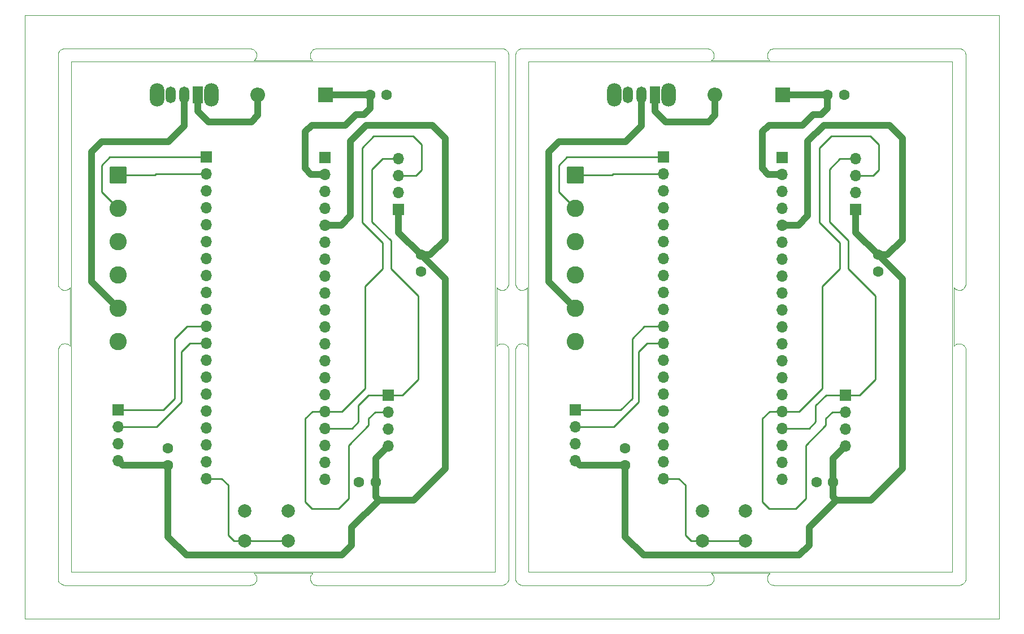
<source format=gbr>
G04 #@! TF.GenerationSoftware,KiCad,Pcbnew,9.0.0*
G04 #@! TF.CreationDate,2025-03-16T21:50:12+01:00*
G04 #@! TF.ProjectId,lightThermo_panel,6c696768-7454-4686-9572-6d6f5f70616e,1.1*
G04 #@! TF.SameCoordinates,PX3f9c2e0PY1312d00*
G04 #@! TF.FileFunction,Copper,L1,Top*
G04 #@! TF.FilePolarity,Positive*
%FSLAX46Y46*%
G04 Gerber Fmt 4.6, Leading zero omitted, Abs format (unit mm)*
G04 Created by KiCad (PCBNEW 9.0.0) date 2025-03-16 21:50:12*
%MOMM*%
%LPD*%
G01*
G04 APERTURE LIST*
G04 Aperture macros list*
%AMRoundRect*
0 Rectangle with rounded corners*
0 $1 Rounding radius*
0 $2 $3 $4 $5 $6 $7 $8 $9 X,Y pos of 4 corners*
0 Add a 4 corners polygon primitive as box body*
4,1,4,$2,$3,$4,$5,$6,$7,$8,$9,$2,$3,0*
0 Add four circle primitives for the rounded corners*
1,1,$1+$1,$2,$3*
1,1,$1+$1,$4,$5*
1,1,$1+$1,$6,$7*
1,1,$1+$1,$8,$9*
0 Add four rect primitives between the rounded corners*
20,1,$1+$1,$2,$3,$4,$5,0*
20,1,$1+$1,$4,$5,$6,$7,0*
20,1,$1+$1,$6,$7,$8,$9,0*
20,1,$1+$1,$8,$9,$2,$3,0*%
G04 Aperture macros list end*
G04 #@! TA.AperFunction,ComponentPad*
%ADD10R,1.700000X1.700000*%
G04 #@! TD*
G04 #@! TA.AperFunction,ComponentPad*
%ADD11O,1.700000X1.700000*%
G04 #@! TD*
G04 #@! TA.AperFunction,ComponentPad*
%ADD12C,1.600000*%
G04 #@! TD*
G04 #@! TA.AperFunction,ComponentPad*
%ADD13RoundRect,0.250000X-1.050000X1.050000X-1.050000X-1.050000X1.050000X-1.050000X1.050000X1.050000X0*%
G04 #@! TD*
G04 #@! TA.AperFunction,ComponentPad*
%ADD14C,2.600000*%
G04 #@! TD*
G04 #@! TA.AperFunction,ComponentPad*
%ADD15C,2.000000*%
G04 #@! TD*
G04 #@! TA.AperFunction,ComponentPad*
%ADD16O,2.200000X3.500000*%
G04 #@! TD*
G04 #@! TA.AperFunction,ComponentPad*
%ADD17R,1.500000X2.500000*%
G04 #@! TD*
G04 #@! TA.AperFunction,ComponentPad*
%ADD18O,1.500000X2.500000*%
G04 #@! TD*
G04 #@! TA.AperFunction,ComponentPad*
%ADD19R,2.200000X2.200000*%
G04 #@! TD*
G04 #@! TA.AperFunction,ComponentPad*
%ADD20O,2.200000X2.200000*%
G04 #@! TD*
G04 #@! TA.AperFunction,Conductor*
%ADD21C,1.000000*%
G04 #@! TD*
G04 #@! TA.AperFunction,Conductor*
%ADD22C,0.250000*%
G04 #@! TD*
G04 #@! TA.AperFunction,Profile*
%ADD23C,0.100000*%
G04 #@! TD*
G04 APERTURE END LIST*
D10*
G04 #@! TO.P,J3,1,SDA*
G04 #@! TO.N,Board_0-Net-(J2-I2C0_SDA)*
X14025000Y-59200000D03*
D11*
G04 #@! TO.P,J3,2,SCL*
G04 #@! TO.N,Board_0-Net-(J2-I2C0_SCL)*
X14025000Y-61740000D03*
G04 #@! TO.P,J3,3,-*
G04 #@! TO.N,Board_0-GND*
X14025000Y-64280000D03*
G04 #@! TO.P,J3,4,+*
G04 #@! TO.N,Board_0-Net-(J1-3V3(OUT))*
X14025000Y-66820000D03*
G04 #@! TD*
D12*
G04 #@! TO.P,C4,1*
G04 #@! TO.N,Board_0-Net-(J1-3V3(OUT))*
X59350000Y-35950000D03*
G04 #@! TO.P,C4,2*
G04 #@! TO.N,Board_0-GND*
X59350000Y-38450000D03*
G04 #@! TD*
D10*
G04 #@! TO.P,J3,1,SDA*
G04 #@! TO.N,Board_1-Net-(J2-I2C0_SDA)*
X82525000Y-59200000D03*
D11*
G04 #@! TO.P,J3,2,SCL*
G04 #@! TO.N,Board_1-Net-(J2-I2C0_SCL)*
X82525000Y-61740000D03*
G04 #@! TO.P,J3,3,-*
G04 #@! TO.N,Board_1-GND*
X82525000Y-64280000D03*
G04 #@! TO.P,J3,4,+*
G04 #@! TO.N,Board_1-Net-(J1-3V3(OUT))*
X82525000Y-66820000D03*
G04 #@! TD*
D13*
G04 #@! TO.P,J6,1,Pin_1*
G04 #@! TO.N,Board_1-Net-(J2-UART0_RX)*
X82500000Y-24000000D03*
D14*
G04 #@! TO.P,J6,2,Pin_2*
G04 #@! TO.N,Board_1-Net-(J2-UART0_TX)*
X82500000Y-29000000D03*
G04 #@! TO.P,J6,3,Pin_3*
G04 #@! TO.N,Board_1-GND*
X82500000Y-34000000D03*
G04 #@! TO.P,J6,4,Pin_4*
X82500000Y-39000000D03*
G04 #@! TO.P,J6,5,Pin_5*
G04 #@! TO.N,Board_1-Net-(J6-Pin_5)*
X82500000Y-44000000D03*
G04 #@! TO.P,J6,6,Pin_6*
G04 #@! TO.N,Board_1-GND*
X82500000Y-49000000D03*
G04 #@! TD*
D15*
G04 #@! TO.P,SW2,1,1*
G04 #@! TO.N,Board_1-GND*
X101500000Y-74380000D03*
X108000000Y-74380000D03*
G04 #@! TO.P,SW2,2,2*
G04 #@! TO.N,Board_1-Net-(J2-GP15)*
X101500000Y-78880000D03*
X108000000Y-78880000D03*
G04 #@! TD*
D10*
G04 #@! TO.P,J1,1,VBUS*
G04 #@! TO.N,Board_0-unconnected-(J1-VBUS-Pad1)*
X45000000Y-21320000D03*
D11*
G04 #@! TO.P,J1,2,VSYS*
G04 #@! TO.N,Board_0-Net-(D1-K)*
X45000000Y-23860000D03*
G04 #@! TO.P,J1,3,GND*
G04 #@! TO.N,Board_0-GND*
X45000000Y-26400000D03*
G04 #@! TO.P,J1,4,3V3_EN*
G04 #@! TO.N,Board_0-unconnected-(J1-3V3_EN-Pad4)*
X45000000Y-28940000D03*
G04 #@! TO.P,J1,5,3V3(OUT)*
G04 #@! TO.N,Board_0-Net-(J1-3V3(OUT))*
X45000000Y-31480000D03*
G04 #@! TO.P,J1,6,ADC_VREF*
G04 #@! TO.N,Board_0-unconnected-(J1-ADC_VREF-Pad6)*
X45000000Y-34020000D03*
G04 #@! TO.P,J1,7,GP28*
G04 #@! TO.N,Board_0-unconnected-(J1-GP28-Pad7)*
X45000000Y-36560000D03*
G04 #@! TO.P,J1,8,GND*
G04 #@! TO.N,Board_0-GND*
X45000000Y-39100000D03*
G04 #@! TO.P,J1,9,GP27*
G04 #@! TO.N,Board_0-unconnected-(J1-GP27-Pad9)*
X45000000Y-41640000D03*
G04 #@! TO.P,J1,10,GP26*
G04 #@! TO.N,Board_0-unconnected-(J1-GP26-Pad10)*
X45000000Y-44180000D03*
G04 #@! TO.P,J1,11,RUN*
G04 #@! TO.N,Board_0-unconnected-(J1-RUN-Pad11)*
X45000000Y-46720000D03*
G04 #@! TO.P,J1,12,GP22*
G04 #@! TO.N,Board_0-unconnected-(J1-GP22-Pad12)*
X45000000Y-49260000D03*
G04 #@! TO.P,J1,13,GND*
G04 #@! TO.N,Board_0-GND*
X45000000Y-51800000D03*
G04 #@! TO.P,J1,14,GP21*
G04 #@! TO.N,Board_0-unconnected-(J1-GP21-Pad14)*
X45000000Y-54340000D03*
G04 #@! TO.P,J1,15,GP20*
G04 #@! TO.N,Board_0-unconnected-(J1-GP20-Pad15)*
X45000000Y-56880000D03*
G04 #@! TO.P,J1,16,I2C1_SCL*
G04 #@! TO.N,Board_0-Net-(J1-I2C1_SCL)*
X45000000Y-59420000D03*
G04 #@! TO.P,J1,17,I2C1_SDA*
G04 #@! TO.N,Board_0-Net-(J1-I2C1_SDA)*
X45000000Y-61960000D03*
G04 #@! TO.P,J1,18,GND*
G04 #@! TO.N,Board_0-GND*
X45000000Y-64500000D03*
G04 #@! TO.P,J1,19,GP17*
G04 #@! TO.N,Board_0-unconnected-(J1-GP17-Pad19)*
X45000000Y-67040000D03*
G04 #@! TO.P,J1,20,GP16*
G04 #@! TO.N,Board_0-unconnected-(J1-GP16-Pad20)*
X45000000Y-69580000D03*
G04 #@! TD*
D10*
G04 #@! TO.P,J2,1,UART0_TX*
G04 #@! TO.N,Board_0-Net-(J2-UART0_TX)*
X27220000Y-21295000D03*
D11*
G04 #@! TO.P,J2,2,UART0_RX*
G04 #@! TO.N,Board_0-Net-(J2-UART0_RX)*
X27220000Y-23835000D03*
G04 #@! TO.P,J2,3,GND*
G04 #@! TO.N,Board_0-GND*
X27220000Y-26375000D03*
G04 #@! TO.P,J2,4,GP2*
G04 #@! TO.N,Board_0-unconnected-(J2-GP2-Pad4)*
X27220000Y-28915000D03*
G04 #@! TO.P,J2,5,GP3*
G04 #@! TO.N,Board_0-unconnected-(J2-GP3-Pad5)*
X27220000Y-31455000D03*
G04 #@! TO.P,J2,6,GP4*
G04 #@! TO.N,Board_0-unconnected-(J2-GP4-Pad6)*
X27220000Y-33995000D03*
G04 #@! TO.P,J2,7,GP5*
G04 #@! TO.N,Board_0-unconnected-(J2-GP5-Pad7)*
X27220000Y-36535000D03*
G04 #@! TO.P,J2,8,GND*
G04 #@! TO.N,Board_0-GND*
X27220000Y-39075000D03*
G04 #@! TO.P,J2,9,GP6*
G04 #@! TO.N,Board_0-unconnected-(J2-GP6-Pad9)*
X27220000Y-41615000D03*
G04 #@! TO.P,J2,10,GP7*
G04 #@! TO.N,Board_0-unconnected-(J2-GP7-Pad10)*
X27220000Y-44155000D03*
G04 #@! TO.P,J2,11,I2C0_SDA*
G04 #@! TO.N,Board_0-Net-(J2-I2C0_SDA)*
X27220000Y-46695000D03*
G04 #@! TO.P,J2,12,I2C0_SCL*
G04 #@! TO.N,Board_0-Net-(J2-I2C0_SCL)*
X27220000Y-49235000D03*
G04 #@! TO.P,J2,13,GND*
G04 #@! TO.N,Board_0-GND*
X27220000Y-51775000D03*
G04 #@! TO.P,J2,14,GP10*
G04 #@! TO.N,Board_0-unconnected-(J2-GP10-Pad14)*
X27220000Y-54315000D03*
G04 #@! TO.P,J2,15,GP11*
G04 #@! TO.N,Board_0-unconnected-(J2-GP11-Pad15)*
X27220000Y-56855000D03*
G04 #@! TO.P,J2,16,GP12*
G04 #@! TO.N,Board_0-unconnected-(J2-GP12-Pad16)*
X27220000Y-59395000D03*
G04 #@! TO.P,J2,17,GP13*
G04 #@! TO.N,Board_0-unconnected-(J2-GP13-Pad17)*
X27220000Y-61935000D03*
G04 #@! TO.P,J2,18,GND*
G04 #@! TO.N,Board_0-GND*
X27220000Y-64475000D03*
G04 #@! TO.P,J2,19,GP14*
G04 #@! TO.N,Board_0-unconnected-(J2-GP14-Pad19)*
X27220000Y-67015000D03*
G04 #@! TO.P,J2,20,GP15*
G04 #@! TO.N,Board_0-Net-(J2-GP15)*
X27220000Y-69555000D03*
G04 #@! TD*
D12*
G04 #@! TO.P,C1,1*
G04 #@! TO.N,Board_1-GND*
X122750000Y-12000000D03*
G04 #@! TO.P,C1,2*
G04 #@! TO.N,Board_1-Net-(D1-K)*
X120250000Y-12000000D03*
G04 #@! TD*
D10*
G04 #@! TO.P,J2,1,UART0_TX*
G04 #@! TO.N,Board_1-Net-(J2-UART0_TX)*
X95720000Y-21295000D03*
D11*
G04 #@! TO.P,J2,2,UART0_RX*
G04 #@! TO.N,Board_1-Net-(J2-UART0_RX)*
X95720000Y-23835000D03*
G04 #@! TO.P,J2,3,GND*
G04 #@! TO.N,Board_1-GND*
X95720000Y-26375000D03*
G04 #@! TO.P,J2,4,GP2*
G04 #@! TO.N,Board_1-unconnected-(J2-GP2-Pad4)*
X95720000Y-28915000D03*
G04 #@! TO.P,J2,5,GP3*
G04 #@! TO.N,Board_1-unconnected-(J2-GP3-Pad5)*
X95720000Y-31455000D03*
G04 #@! TO.P,J2,6,GP4*
G04 #@! TO.N,Board_1-unconnected-(J2-GP4-Pad6)*
X95720000Y-33995000D03*
G04 #@! TO.P,J2,7,GP5*
G04 #@! TO.N,Board_1-unconnected-(J2-GP5-Pad7)*
X95720000Y-36535000D03*
G04 #@! TO.P,J2,8,GND*
G04 #@! TO.N,Board_1-GND*
X95720000Y-39075000D03*
G04 #@! TO.P,J2,9,GP6*
G04 #@! TO.N,Board_1-unconnected-(J2-GP6-Pad9)*
X95720000Y-41615000D03*
G04 #@! TO.P,J2,10,GP7*
G04 #@! TO.N,Board_1-unconnected-(J2-GP7-Pad10)*
X95720000Y-44155000D03*
G04 #@! TO.P,J2,11,I2C0_SDA*
G04 #@! TO.N,Board_1-Net-(J2-I2C0_SDA)*
X95720000Y-46695000D03*
G04 #@! TO.P,J2,12,I2C0_SCL*
G04 #@! TO.N,Board_1-Net-(J2-I2C0_SCL)*
X95720000Y-49235000D03*
G04 #@! TO.P,J2,13,GND*
G04 #@! TO.N,Board_1-GND*
X95720000Y-51775000D03*
G04 #@! TO.P,J2,14,GP10*
G04 #@! TO.N,Board_1-unconnected-(J2-GP10-Pad14)*
X95720000Y-54315000D03*
G04 #@! TO.P,J2,15,GP11*
G04 #@! TO.N,Board_1-unconnected-(J2-GP11-Pad15)*
X95720000Y-56855000D03*
G04 #@! TO.P,J2,16,GP12*
G04 #@! TO.N,Board_1-unconnected-(J2-GP12-Pad16)*
X95720000Y-59395000D03*
G04 #@! TO.P,J2,17,GP13*
G04 #@! TO.N,Board_1-unconnected-(J2-GP13-Pad17)*
X95720000Y-61935000D03*
G04 #@! TO.P,J2,18,GND*
G04 #@! TO.N,Board_1-GND*
X95720000Y-64475000D03*
G04 #@! TO.P,J2,19,GP14*
G04 #@! TO.N,Board_1-unconnected-(J2-GP14-Pad19)*
X95720000Y-67015000D03*
G04 #@! TO.P,J2,20,GP15*
G04 #@! TO.N,Board_1-Net-(J2-GP15)*
X95720000Y-69555000D03*
G04 #@! TD*
D12*
G04 #@! TO.P,C3,1*
G04 #@! TO.N,Board_1-Net-(J1-3V3(OUT))*
X121100000Y-70050000D03*
G04 #@! TO.P,C3,2*
G04 #@! TO.N,Board_1-GND*
X118600000Y-70050000D03*
G04 #@! TD*
D16*
G04 #@! TO.P,SW1,*
G04 #@! TO.N,*
X28000000Y-12000000D03*
X19800000Y-12000000D03*
D17*
G04 #@! TO.P,SW1,1,A*
G04 #@! TO.N,Board_0-Net-(D1-A)*
X25900000Y-12000000D03*
D18*
G04 #@! TO.P,SW1,2,B*
G04 #@! TO.N,Board_0-Net-(J6-Pin_5)*
X23900000Y-12000000D03*
G04 #@! TO.P,SW1,3*
G04 #@! TO.N,N/C*
X21900000Y-12000000D03*
G04 #@! TD*
D10*
G04 #@! TO.P,J5,1,SDA*
G04 #@! TO.N,Board_1-Net-(J1-I2C1_SDA)*
X123000000Y-56960000D03*
D11*
G04 #@! TO.P,J5,2,SCL*
G04 #@! TO.N,Board_1-Net-(J1-I2C1_SCL)*
X123000000Y-59500000D03*
G04 #@! TO.P,J5,3,-*
G04 #@! TO.N,Board_1-GND*
X123000000Y-62040000D03*
G04 #@! TO.P,J5,4,+*
G04 #@! TO.N,Board_1-Net-(J1-3V3(OUT))*
X123000000Y-64580000D03*
G04 #@! TD*
D12*
G04 #@! TO.P,C2,1*
G04 #@! TO.N,Board_1-GND*
X89950000Y-65000000D03*
G04 #@! TO.P,C2,2*
G04 #@! TO.N,Board_1-Net-(J1-3V3(OUT))*
X89950000Y-67500000D03*
G04 #@! TD*
D15*
G04 #@! TO.P,SW2,1,1*
G04 #@! TO.N,Board_0-GND*
X33000000Y-74380000D03*
X39500000Y-74380000D03*
G04 #@! TO.P,SW2,2,2*
G04 #@! TO.N,Board_0-Net-(J2-GP15)*
X33000000Y-78880000D03*
X39500000Y-78880000D03*
G04 #@! TD*
D10*
G04 #@! TO.P,J4,1,+*
G04 #@! TO.N,Board_1-Net-(J1-3V3(OUT))*
X124500000Y-29150000D03*
D11*
G04 #@! TO.P,J4,2,-*
G04 #@! TO.N,Board_1-GND*
X124500000Y-26610000D03*
G04 #@! TO.P,J4,3,SCL*
G04 #@! TO.N,Board_1-Net-(J1-I2C1_SCL)*
X124500000Y-24070000D03*
G04 #@! TO.P,J4,4,SDA*
G04 #@! TO.N,Board_1-Net-(J1-I2C1_SDA)*
X124500000Y-21530000D03*
G04 #@! TD*
D13*
G04 #@! TO.P,J6,1,Pin_1*
G04 #@! TO.N,Board_0-Net-(J2-UART0_RX)*
X14000000Y-24000000D03*
D14*
G04 #@! TO.P,J6,2,Pin_2*
G04 #@! TO.N,Board_0-Net-(J2-UART0_TX)*
X14000000Y-29000000D03*
G04 #@! TO.P,J6,3,Pin_3*
G04 #@! TO.N,Board_0-GND*
X14000000Y-34000000D03*
G04 #@! TO.P,J6,4,Pin_4*
X14000000Y-39000000D03*
G04 #@! TO.P,J6,5,Pin_5*
G04 #@! TO.N,Board_0-Net-(J6-Pin_5)*
X14000000Y-44000000D03*
G04 #@! TO.P,J6,6,Pin_6*
G04 #@! TO.N,Board_0-GND*
X14000000Y-49000000D03*
G04 #@! TD*
D10*
G04 #@! TO.P,J4,1,+*
G04 #@! TO.N,Board_0-Net-(J1-3V3(OUT))*
X56000000Y-29150000D03*
D11*
G04 #@! TO.P,J4,2,-*
G04 #@! TO.N,Board_0-GND*
X56000000Y-26610000D03*
G04 #@! TO.P,J4,3,SCL*
G04 #@! TO.N,Board_0-Net-(J1-I2C1_SCL)*
X56000000Y-24070000D03*
G04 #@! TO.P,J4,4,SDA*
G04 #@! TO.N,Board_0-Net-(J1-I2C1_SDA)*
X56000000Y-21530000D03*
G04 #@! TD*
D12*
G04 #@! TO.P,C2,1*
G04 #@! TO.N,Board_0-GND*
X21450000Y-65000000D03*
G04 #@! TO.P,C2,2*
G04 #@! TO.N,Board_0-Net-(J1-3V3(OUT))*
X21450000Y-67500000D03*
G04 #@! TD*
G04 #@! TO.P,C1,1*
G04 #@! TO.N,Board_0-GND*
X54250000Y-12000000D03*
G04 #@! TO.P,C1,2*
G04 #@! TO.N,Board_0-Net-(D1-K)*
X51750000Y-12000000D03*
G04 #@! TD*
D19*
G04 #@! TO.P,D1,1,K*
G04 #@! TO.N,Board_0-Net-(D1-K)*
X45080000Y-12000000D03*
D20*
G04 #@! TO.P,D1,2,A*
G04 #@! TO.N,Board_0-Net-(D1-A)*
X34920000Y-12000000D03*
G04 #@! TD*
D10*
G04 #@! TO.P,J5,1,SDA*
G04 #@! TO.N,Board_0-Net-(J1-I2C1_SDA)*
X54500000Y-56960000D03*
D11*
G04 #@! TO.P,J5,2,SCL*
G04 #@! TO.N,Board_0-Net-(J1-I2C1_SCL)*
X54500000Y-59500000D03*
G04 #@! TO.P,J5,3,-*
G04 #@! TO.N,Board_0-GND*
X54500000Y-62040000D03*
G04 #@! TO.P,J5,4,+*
G04 #@! TO.N,Board_0-Net-(J1-3V3(OUT))*
X54500000Y-64580000D03*
G04 #@! TD*
D10*
G04 #@! TO.P,J1,1,VBUS*
G04 #@! TO.N,Board_1-unconnected-(J1-VBUS-Pad1)*
X113500000Y-21320000D03*
D11*
G04 #@! TO.P,J1,2,VSYS*
G04 #@! TO.N,Board_1-Net-(D1-K)*
X113500000Y-23860000D03*
G04 #@! TO.P,J1,3,GND*
G04 #@! TO.N,Board_1-GND*
X113500000Y-26400000D03*
G04 #@! TO.P,J1,4,3V3_EN*
G04 #@! TO.N,Board_1-unconnected-(J1-3V3_EN-Pad4)*
X113500000Y-28940000D03*
G04 #@! TO.P,J1,5,3V3(OUT)*
G04 #@! TO.N,Board_1-Net-(J1-3V3(OUT))*
X113500000Y-31480000D03*
G04 #@! TO.P,J1,6,ADC_VREF*
G04 #@! TO.N,Board_1-unconnected-(J1-ADC_VREF-Pad6)*
X113500000Y-34020000D03*
G04 #@! TO.P,J1,7,GP28*
G04 #@! TO.N,Board_1-unconnected-(J1-GP28-Pad7)*
X113500000Y-36560000D03*
G04 #@! TO.P,J1,8,GND*
G04 #@! TO.N,Board_1-GND*
X113500000Y-39100000D03*
G04 #@! TO.P,J1,9,GP27*
G04 #@! TO.N,Board_1-unconnected-(J1-GP27-Pad9)*
X113500000Y-41640000D03*
G04 #@! TO.P,J1,10,GP26*
G04 #@! TO.N,Board_1-unconnected-(J1-GP26-Pad10)*
X113500000Y-44180000D03*
G04 #@! TO.P,J1,11,RUN*
G04 #@! TO.N,Board_1-unconnected-(J1-RUN-Pad11)*
X113500000Y-46720000D03*
G04 #@! TO.P,J1,12,GP22*
G04 #@! TO.N,Board_1-unconnected-(J1-GP22-Pad12)*
X113500000Y-49260000D03*
G04 #@! TO.P,J1,13,GND*
G04 #@! TO.N,Board_1-GND*
X113500000Y-51800000D03*
G04 #@! TO.P,J1,14,GP21*
G04 #@! TO.N,Board_1-unconnected-(J1-GP21-Pad14)*
X113500000Y-54340000D03*
G04 #@! TO.P,J1,15,GP20*
G04 #@! TO.N,Board_1-unconnected-(J1-GP20-Pad15)*
X113500000Y-56880000D03*
G04 #@! TO.P,J1,16,I2C1_SCL*
G04 #@! TO.N,Board_1-Net-(J1-I2C1_SCL)*
X113500000Y-59420000D03*
G04 #@! TO.P,J1,17,I2C1_SDA*
G04 #@! TO.N,Board_1-Net-(J1-I2C1_SDA)*
X113500000Y-61960000D03*
G04 #@! TO.P,J1,18,GND*
G04 #@! TO.N,Board_1-GND*
X113500000Y-64500000D03*
G04 #@! TO.P,J1,19,GP17*
G04 #@! TO.N,Board_1-unconnected-(J1-GP17-Pad19)*
X113500000Y-67040000D03*
G04 #@! TO.P,J1,20,GP16*
G04 #@! TO.N,Board_1-unconnected-(J1-GP16-Pad20)*
X113500000Y-69580000D03*
G04 #@! TD*
D12*
G04 #@! TO.P,C4,1*
G04 #@! TO.N,Board_1-Net-(J1-3V3(OUT))*
X127850000Y-35950000D03*
G04 #@! TO.P,C4,2*
G04 #@! TO.N,Board_1-GND*
X127850000Y-38450000D03*
G04 #@! TD*
G04 #@! TO.P,C3,1*
G04 #@! TO.N,Board_0-Net-(J1-3V3(OUT))*
X52600000Y-70050000D03*
G04 #@! TO.P,C3,2*
G04 #@! TO.N,Board_0-GND*
X50100000Y-70050000D03*
G04 #@! TD*
D16*
G04 #@! TO.P,SW1,*
G04 #@! TO.N,*
X96500000Y-12000000D03*
X88300000Y-12000000D03*
D17*
G04 #@! TO.P,SW1,1,A*
G04 #@! TO.N,Board_1-Net-(D1-A)*
X94400000Y-12000000D03*
D18*
G04 #@! TO.P,SW1,2,B*
G04 #@! TO.N,Board_1-Net-(J6-Pin_5)*
X92400000Y-12000000D03*
G04 #@! TO.P,SW1,3*
G04 #@! TO.N,N/C*
X90400000Y-12000000D03*
G04 #@! TD*
D19*
G04 #@! TO.P,D1,1,K*
G04 #@! TO.N,Board_1-Net-(D1-K)*
X113580000Y-12000000D03*
D20*
G04 #@! TO.P,D1,2,A*
G04 #@! TO.N,Board_1-Net-(D1-A)*
X103420000Y-12000000D03*
G04 #@! TD*
D21*
G04 #@! TO.N,Board_0-Net-(D1-A)*
X34920000Y-15030000D02*
X34920000Y-12000000D01*
X25900000Y-14400000D02*
X27500000Y-16000000D01*
X33950000Y-16000000D02*
X34920000Y-15030000D01*
X27500000Y-16000000D02*
X33950000Y-16000000D01*
X25900000Y-12000000D02*
X25900000Y-14400000D01*
G04 #@! TO.N,Board_0-Net-(D1-K)*
X43000000Y-16500000D02*
X42000000Y-17500000D01*
X49600000Y-14900000D02*
X48000000Y-16500000D01*
X50850000Y-14900000D02*
X49600000Y-14900000D01*
X51750000Y-14000000D02*
X50850000Y-14900000D01*
X51750000Y-12000000D02*
X51750000Y-14000000D01*
X42000000Y-17500000D02*
X42000000Y-23000000D01*
X45080000Y-12000000D02*
X51750000Y-12000000D01*
X42860000Y-23860000D02*
X45000000Y-23860000D01*
X42000000Y-23000000D02*
X42860000Y-23860000D01*
X48000000Y-16500000D02*
X43000000Y-16500000D01*
G04 #@! TO.N,Board_0-Net-(J1-3V3(OUT))*
X49000000Y-76850000D02*
X53100000Y-72750000D01*
X21450000Y-67500000D02*
X14705000Y-67500000D01*
X14705000Y-67500000D02*
X14025000Y-66820000D01*
X52600000Y-66480000D02*
X54500000Y-64580000D01*
X63000000Y-39600000D02*
X59350000Y-35950000D01*
X61050000Y-16500000D02*
X51200000Y-16500000D01*
X63000000Y-18450000D02*
X61050000Y-16500000D01*
X24200000Y-81000000D02*
X47500000Y-81000000D01*
X48800000Y-18900000D02*
X48800000Y-30100000D01*
X51200000Y-16500000D02*
X48800000Y-18900000D01*
X52600000Y-70050000D02*
X52600000Y-72250000D01*
X21450000Y-67500000D02*
X21450000Y-78250000D01*
X63000000Y-33700000D02*
X63000000Y-18450000D01*
X53100000Y-72750000D02*
X58250000Y-72750000D01*
X52600000Y-72250000D02*
X53100000Y-72750000D01*
X56000000Y-29150000D02*
X56000000Y-32600000D01*
X52600000Y-70050000D02*
X52600000Y-66480000D01*
X58250000Y-72750000D02*
X63000000Y-68000000D01*
X48800000Y-30100000D02*
X47420000Y-31480000D01*
X47500000Y-81000000D02*
X49000000Y-79500000D01*
X59350000Y-35950000D02*
X60750000Y-35950000D01*
X47420000Y-31480000D02*
X45000000Y-31480000D01*
X49000000Y-79500000D02*
X49000000Y-76850000D01*
X21450000Y-78250000D02*
X24200000Y-81000000D01*
X56000000Y-32600000D02*
X59350000Y-35950000D01*
X63000000Y-68000000D02*
X63000000Y-39600000D01*
X60750000Y-35950000D02*
X63000000Y-33700000D01*
D22*
G04 #@! TO.N,Board_0-Net-(J1-I2C1_SCL)*
X51500000Y-61500000D02*
X51500000Y-60500000D01*
X53600000Y-34150000D02*
X50550000Y-31100000D01*
X48500000Y-72500000D02*
X48500000Y-64500000D01*
X43000000Y-74000000D02*
X47000000Y-74000000D01*
X45000000Y-59420000D02*
X43080000Y-59420000D01*
X45000000Y-59420000D02*
X47480000Y-59420000D01*
X50950000Y-55950000D02*
X50950000Y-40700000D01*
X59450000Y-19400000D02*
X59450000Y-23200000D01*
X53600000Y-38050000D02*
X53600000Y-34150000D01*
X58580000Y-24070000D02*
X56000000Y-24070000D01*
X47480000Y-59420000D02*
X50950000Y-55950000D01*
X52300000Y-18150000D02*
X58200000Y-18150000D01*
X50550000Y-31100000D02*
X50550000Y-19900000D01*
X42000000Y-60500000D02*
X42000000Y-73000000D01*
X42000000Y-73000000D02*
X43000000Y-74000000D01*
X58200000Y-18150000D02*
X59450000Y-19400000D01*
X59450000Y-23200000D02*
X58580000Y-24070000D01*
X50950000Y-40700000D02*
X53600000Y-38050000D01*
X50550000Y-19900000D02*
X52300000Y-18150000D01*
X47000000Y-74000000D02*
X48500000Y-72500000D01*
X51500000Y-60500000D02*
X52500000Y-59500000D01*
X52500000Y-59500000D02*
X54500000Y-59500000D01*
X48500000Y-64500000D02*
X51500000Y-61500000D01*
X43080000Y-59420000D02*
X42000000Y-60500000D01*
G04 #@! TO.N,Board_0-Net-(J1-I2C1_SDA)*
X52050000Y-23100000D02*
X52050000Y-31000000D01*
X56590000Y-56960000D02*
X54500000Y-56960000D01*
X51540000Y-56960000D02*
X54500000Y-56960000D01*
X54850000Y-33800000D02*
X54850000Y-38000000D01*
X56000000Y-21530000D02*
X53620000Y-21530000D01*
X58950000Y-54600000D02*
X56590000Y-56960000D01*
X58950000Y-42100000D02*
X58950000Y-54600000D01*
X50000000Y-61000000D02*
X50000000Y-58500000D01*
X50000000Y-58500000D02*
X51540000Y-56960000D01*
X54850000Y-38000000D02*
X58950000Y-42100000D01*
X49040000Y-61960000D02*
X50000000Y-61000000D01*
X45000000Y-61960000D02*
X49040000Y-61960000D01*
X52050000Y-31000000D02*
X54850000Y-33800000D01*
X53620000Y-21530000D02*
X52050000Y-23100000D01*
G04 #@! TO.N,Board_0-Net-(J2-GP15)*
X33000000Y-78880000D02*
X31380000Y-78880000D01*
X31380000Y-78880000D02*
X30500000Y-78000000D01*
X30500000Y-70500000D02*
X29500000Y-69500000D01*
X29500000Y-69500000D02*
X29445000Y-69555000D01*
X30500000Y-78000000D02*
X30500000Y-70500000D01*
X33000000Y-78880000D02*
X39500000Y-78880000D01*
X29445000Y-69555000D02*
X27220000Y-69555000D01*
G04 #@! TO.N,Board_0-Net-(J2-I2C0_SCL)*
X27220000Y-49235000D02*
X24765000Y-49235000D01*
X23500000Y-58000000D02*
X19760000Y-61740000D01*
X24765000Y-49235000D02*
X23500000Y-50500000D01*
X19760000Y-61740000D02*
X14025000Y-61740000D01*
X23500000Y-50500000D02*
X23500000Y-58000000D01*
G04 #@! TO.N,Board_0-Net-(J2-I2C0_SDA)*
X27220000Y-46695000D02*
X24305000Y-46695000D01*
X24305000Y-46695000D02*
X22500000Y-48500000D01*
X20800000Y-59200000D02*
X14025000Y-59200000D01*
X22500000Y-57500000D02*
X20800000Y-59200000D01*
X22500000Y-48500000D02*
X22500000Y-57500000D01*
G04 #@! TO.N,Board_0-Net-(J2-UART0_RX)*
X19500000Y-24000000D02*
X14000000Y-24000000D01*
X19665000Y-23835000D02*
X19500000Y-24000000D01*
X27220000Y-23835000D02*
X19665000Y-23835000D01*
G04 #@! TO.N,Board_0-Net-(J2-UART0_TX)*
X11500000Y-26500000D02*
X14000000Y-29000000D01*
X27220000Y-21295000D02*
X12705000Y-21295000D01*
X12705000Y-21295000D02*
X11500000Y-22500000D01*
X11500000Y-22500000D02*
X11500000Y-26500000D01*
D21*
G04 #@! TO.N,Board_0-Net-(J6-Pin_5)*
X11500000Y-19000000D02*
X21500000Y-19000000D01*
X10000000Y-40000000D02*
X10000000Y-20500000D01*
X14000000Y-44000000D02*
X10000000Y-40000000D01*
X10000000Y-20500000D02*
X11500000Y-19000000D01*
X23900000Y-16600000D02*
X23900000Y-12000000D01*
X21500000Y-19000000D02*
X23900000Y-16600000D01*
G04 #@! TO.N,Board_1-Net-(D1-A)*
X102450000Y-16000000D02*
X103420000Y-15030000D01*
X96000000Y-16000000D02*
X102450000Y-16000000D01*
X94400000Y-14400000D02*
X96000000Y-16000000D01*
X94400000Y-12000000D02*
X94400000Y-14400000D01*
X103420000Y-15030000D02*
X103420000Y-12000000D01*
G04 #@! TO.N,Board_1-Net-(D1-K)*
X120250000Y-12000000D02*
X120250000Y-14000000D01*
X120250000Y-14000000D02*
X119350000Y-14900000D01*
X119350000Y-14900000D02*
X118100000Y-14900000D01*
X113580000Y-12000000D02*
X120250000Y-12000000D01*
X110500000Y-23000000D02*
X111360000Y-23860000D01*
X110500000Y-17500000D02*
X110500000Y-23000000D01*
X111360000Y-23860000D02*
X113500000Y-23860000D01*
X111500000Y-16500000D02*
X110500000Y-17500000D01*
X118100000Y-14900000D02*
X116500000Y-16500000D01*
X116500000Y-16500000D02*
X111500000Y-16500000D01*
G04 #@! TO.N,Board_1-Net-(J1-3V3(OUT))*
X119700000Y-16500000D02*
X117300000Y-18900000D01*
X83205000Y-67500000D02*
X82525000Y-66820000D01*
X121100000Y-72250000D02*
X121600000Y-72750000D01*
X121600000Y-72750000D02*
X126750000Y-72750000D01*
X131500000Y-33700000D02*
X131500000Y-18450000D01*
X124500000Y-32600000D02*
X127850000Y-35950000D01*
X131500000Y-18450000D02*
X129550000Y-16500000D01*
X115920000Y-31480000D02*
X113500000Y-31480000D01*
X117300000Y-18900000D02*
X117300000Y-30100000D01*
X121100000Y-70050000D02*
X121100000Y-72250000D01*
X129550000Y-16500000D02*
X119700000Y-16500000D01*
X121100000Y-70050000D02*
X121100000Y-66480000D01*
X131500000Y-68000000D02*
X131500000Y-39600000D01*
X129250000Y-35950000D02*
X131500000Y-33700000D01*
X89950000Y-67500000D02*
X89950000Y-78250000D01*
X117500000Y-79500000D02*
X117500000Y-76850000D01*
X131500000Y-39600000D02*
X127850000Y-35950000D01*
X92700000Y-81000000D02*
X116000000Y-81000000D01*
X117300000Y-30100000D02*
X115920000Y-31480000D01*
X117500000Y-76850000D02*
X121600000Y-72750000D01*
X121100000Y-66480000D02*
X123000000Y-64580000D01*
X127850000Y-35950000D02*
X129250000Y-35950000D01*
X89950000Y-67500000D02*
X83205000Y-67500000D01*
X116000000Y-81000000D02*
X117500000Y-79500000D01*
X124500000Y-29150000D02*
X124500000Y-32600000D01*
X89950000Y-78250000D02*
X92700000Y-81000000D01*
X126750000Y-72750000D02*
X131500000Y-68000000D01*
D22*
G04 #@! TO.N,Board_1-Net-(J1-I2C1_SCL)*
X120800000Y-18150000D02*
X126700000Y-18150000D01*
X127080000Y-24070000D02*
X124500000Y-24070000D01*
X120000000Y-61500000D02*
X120000000Y-60500000D01*
X121000000Y-59500000D02*
X123000000Y-59500000D01*
X113500000Y-59420000D02*
X111580000Y-59420000D01*
X119050000Y-31100000D02*
X119050000Y-19900000D01*
X122100000Y-34150000D02*
X119050000Y-31100000D01*
X127950000Y-19400000D02*
X127950000Y-23200000D01*
X113500000Y-59420000D02*
X115980000Y-59420000D01*
X111500000Y-74000000D02*
X115500000Y-74000000D01*
X115500000Y-74000000D02*
X117000000Y-72500000D01*
X111580000Y-59420000D02*
X110500000Y-60500000D01*
X110500000Y-73000000D02*
X111500000Y-74000000D01*
X117000000Y-72500000D02*
X117000000Y-64500000D01*
X117000000Y-64500000D02*
X120000000Y-61500000D01*
X115980000Y-59420000D02*
X119450000Y-55950000D01*
X127950000Y-23200000D02*
X127080000Y-24070000D01*
X119450000Y-40700000D02*
X122100000Y-38050000D01*
X120000000Y-60500000D02*
X121000000Y-59500000D01*
X119450000Y-55950000D02*
X119450000Y-40700000D01*
X110500000Y-60500000D02*
X110500000Y-73000000D01*
X126700000Y-18150000D02*
X127950000Y-19400000D01*
X119050000Y-19900000D02*
X120800000Y-18150000D01*
X122100000Y-38050000D02*
X122100000Y-34150000D01*
G04 #@! TO.N,Board_1-Net-(J1-I2C1_SDA)*
X120040000Y-56960000D02*
X123000000Y-56960000D01*
X118500000Y-58500000D02*
X120040000Y-56960000D01*
X120550000Y-31000000D02*
X123350000Y-33800000D01*
X123350000Y-33800000D02*
X123350000Y-38000000D01*
X117540000Y-61960000D02*
X118500000Y-61000000D01*
X120550000Y-23100000D02*
X120550000Y-31000000D01*
X124500000Y-21530000D02*
X122120000Y-21530000D01*
X125090000Y-56960000D02*
X123000000Y-56960000D01*
X118500000Y-61000000D02*
X118500000Y-58500000D01*
X127450000Y-54600000D02*
X125090000Y-56960000D01*
X123350000Y-38000000D02*
X127450000Y-42100000D01*
X122120000Y-21530000D02*
X120550000Y-23100000D01*
X113500000Y-61960000D02*
X117540000Y-61960000D01*
X127450000Y-42100000D02*
X127450000Y-54600000D01*
G04 #@! TO.N,Board_1-Net-(J2-GP15)*
X99000000Y-70500000D02*
X98000000Y-69500000D01*
X101500000Y-78880000D02*
X99880000Y-78880000D01*
X99880000Y-78880000D02*
X99000000Y-78000000D01*
X99000000Y-78000000D02*
X99000000Y-70500000D01*
X97945000Y-69555000D02*
X95720000Y-69555000D01*
X101500000Y-78880000D02*
X108000000Y-78880000D01*
X98000000Y-69500000D02*
X97945000Y-69555000D01*
G04 #@! TO.N,Board_1-Net-(J2-I2C0_SCL)*
X92000000Y-58000000D02*
X88260000Y-61740000D01*
X92000000Y-50500000D02*
X92000000Y-58000000D01*
X95720000Y-49235000D02*
X93265000Y-49235000D01*
X93265000Y-49235000D02*
X92000000Y-50500000D01*
X88260000Y-61740000D02*
X82525000Y-61740000D01*
G04 #@! TO.N,Board_1-Net-(J2-I2C0_SDA)*
X91000000Y-48500000D02*
X91000000Y-57500000D01*
X95720000Y-46695000D02*
X92805000Y-46695000D01*
X92805000Y-46695000D02*
X91000000Y-48500000D01*
X91000000Y-57500000D02*
X89300000Y-59200000D01*
X89300000Y-59200000D02*
X82525000Y-59200000D01*
G04 #@! TO.N,Board_1-Net-(J2-UART0_RX)*
X88165000Y-23835000D02*
X88000000Y-24000000D01*
X95720000Y-23835000D02*
X88165000Y-23835000D01*
X88000000Y-24000000D02*
X82500000Y-24000000D01*
G04 #@! TO.N,Board_1-Net-(J2-UART0_TX)*
X81205000Y-21295000D02*
X80000000Y-22500000D01*
X95720000Y-21295000D02*
X81205000Y-21295000D01*
X80000000Y-22500000D02*
X80000000Y-26500000D01*
X80000000Y-26500000D02*
X82500000Y-29000000D01*
D21*
G04 #@! TO.N,Board_1-Net-(J6-Pin_5)*
X82500000Y-44000000D02*
X78500000Y-40000000D01*
X78500000Y-20500000D02*
X80000000Y-19000000D01*
X80000000Y-19000000D02*
X90000000Y-19000000D01*
X90000000Y-19000000D02*
X92400000Y-16600000D01*
X78500000Y-40000000D02*
X78500000Y-20500000D01*
X92400000Y-16600000D02*
X92400000Y-12000000D01*
G04 #@! TD*
D23*
X102587552Y-85441602D02*
X102397583Y-85489187D01*
X72096103Y-85303404D02*
X71928127Y-85404085D01*
X72489187Y-40397583D02*
X72441602Y-40587552D01*
X140596103Y-41053404D02*
X140428127Y-41154085D01*
X111251203Y-5949981D02*
X111279939Y-5756262D01*
X75014588Y-49392129D02*
X75171887Y-49508790D01*
X43150140Y-6800000D02*
X43008790Y-6671887D01*
X71352416Y-41239187D02*
X71162447Y-41191602D01*
X71928127Y-41154085D02*
X71743737Y-41220060D01*
X103239187Y-6147583D02*
X103191602Y-6337552D01*
X5076044Y-49866699D02*
X5168362Y-49693985D01*
X102884758Y-85273237D02*
X102764588Y-85357870D01*
X43008790Y-6671887D02*
X42892129Y-6514588D01*
X139200000Y-40849859D02*
X139200000Y-49653445D01*
X5999012Y-5000000D02*
X33750987Y-5000000D01*
X73519195Y-50054104D02*
X73576044Y-49866699D01*
X75171887Y-40991209D02*
X75014588Y-41107870D01*
X43042600Y-85207399D02*
X42918362Y-85056014D01*
X5616699Y-49326044D02*
X5804104Y-49269195D01*
X111345914Y-84928127D02*
X111279939Y-84743737D01*
X71256262Y-49279939D02*
X71401080Y-49254810D01*
X70985411Y-41107870D02*
X70828112Y-40991209D01*
X5000000Y-84500987D02*
X5000000Y-50249012D01*
X34581637Y-83943985D02*
X34654085Y-84071872D01*
X102850049Y-83700000D02*
X102957399Y-83792600D01*
X140428127Y-5095914D02*
X140596103Y-5196595D01*
X6514588Y-41107870D02*
X6337552Y-41191602D01*
X43366699Y-85423955D02*
X43193985Y-85331637D01*
X75500000Y-7000000D02*
X139000000Y-7000000D01*
X34748796Y-5949981D02*
X34739187Y-6147583D01*
X42808397Y-84162447D02*
X42892129Y-83985411D01*
X72404085Y-49821872D02*
X72480804Y-50054104D01*
X71928127Y-85404085D02*
X71695895Y-85480804D01*
X71647583Y-49260812D02*
X71790994Y-49293016D01*
X73758790Y-40921887D02*
X73642129Y-40764588D01*
X6671887Y-40991209D02*
X6514588Y-41107870D01*
X140904085Y-49821872D02*
X140980804Y-50054104D01*
X111345914Y-5571872D02*
X111446595Y-5403896D01*
X74499012Y-85500000D02*
X74304104Y-85480804D01*
X111735411Y-85357870D02*
X111578112Y-85241209D01*
X102397583Y-85489187D02*
X102250987Y-85500000D01*
X42808397Y-6337552D02*
X42760812Y-6147583D01*
X5226762Y-85134758D02*
X5142129Y-85014588D01*
X34654085Y-84928127D02*
X34581637Y-85056014D01*
X5804104Y-5019195D02*
X5999012Y-5000000D01*
X139756262Y-49279939D02*
X139901080Y-49254810D01*
X73558397Y-5662447D02*
X73617960Y-5528074D01*
X102764588Y-5142129D02*
X102921887Y-5258790D01*
X74837552Y-49308397D02*
X75014588Y-49392129D01*
X42750000Y-84499012D02*
X42760812Y-84352416D01*
X71550018Y-41248796D02*
X71352416Y-41239187D01*
X42826044Y-84883300D02*
X42769195Y-84695895D01*
X103239187Y-84352416D02*
X103250000Y-84499012D01*
X5804104Y-85480804D02*
X5571872Y-85404085D01*
X34720060Y-5756262D02*
X34748796Y-5949981D01*
X103154085Y-84071872D02*
X103206983Y-84209005D01*
X73500000Y-50249012D02*
X73519195Y-50054104D01*
X74499012Y-5000000D02*
X102250987Y-5000000D01*
X141000000Y-40250987D02*
X140989187Y-40397583D01*
X5010812Y-84647583D02*
X5000000Y-84500987D01*
X141000000Y-50249012D02*
X141000000Y-84500987D01*
X34264588Y-5142129D02*
X34421887Y-5258790D01*
X111446595Y-5403896D02*
X111578112Y-5258790D01*
X34706983Y-84209005D02*
X34739187Y-84352416D01*
X34491209Y-85171887D02*
X34384758Y-85273237D01*
X74071872Y-41154085D02*
X73903896Y-41053404D01*
X139485411Y-49392129D02*
X139616699Y-49326044D01*
X73642129Y-85014588D02*
X73558397Y-84837552D01*
X34739187Y-84647583D02*
X34706983Y-84790994D01*
X139200000Y-49653445D02*
X139258790Y-49578112D01*
X43193985Y-85331637D02*
X43042600Y-85207399D01*
X111392129Y-6514588D02*
X111308397Y-6337552D01*
X139258790Y-49578112D02*
X139365241Y-49476762D01*
X34491209Y-83828112D02*
X34581637Y-83943985D01*
X34384758Y-83726762D02*
X34491209Y-83828112D01*
X5058397Y-5662447D02*
X5117960Y-5528074D01*
X70985411Y-49392129D02*
X71116699Y-49326044D01*
X74304104Y-49269195D02*
X74500987Y-49250000D01*
X33750987Y-5000000D02*
X33897583Y-5010812D01*
X140741209Y-40921887D02*
X140596103Y-41053404D01*
X102250987Y-85500000D02*
X74499012Y-85500000D01*
X112249012Y-85500000D02*
X112102416Y-85489187D01*
X103248796Y-5949981D02*
X103239187Y-6147583D01*
X34349859Y-6800000D02*
X43150140Y-6800000D01*
X1245Y-270D02*
X735Y-90499574D01*
X43749012Y-5000000D02*
X71500987Y-5000000D01*
X102991209Y-6671887D02*
X102849859Y-6800000D01*
X42946595Y-5403896D02*
X43078112Y-5258790D01*
X74304104Y-5019195D02*
X74499012Y-5000000D01*
X140290994Y-49293016D02*
X140428127Y-49345914D01*
X111251203Y-84550018D02*
X111254810Y-84401080D01*
X5010812Y-40397583D02*
X5000000Y-40250987D01*
X34706983Y-84790994D02*
X34654085Y-84928127D01*
X73792600Y-49542600D02*
X73943985Y-49418362D01*
X111446595Y-85096103D02*
X111345914Y-84928127D01*
X34654085Y-5571872D02*
X34720060Y-5756262D01*
X103107870Y-6514588D02*
X102991209Y-6671887D01*
X73903896Y-5196595D02*
X74071872Y-5095914D01*
X139852416Y-41239187D02*
X139662447Y-41191602D01*
X140882039Y-5528074D02*
X140941602Y-5662447D01*
X5168362Y-49693985D02*
X5292600Y-49542600D01*
X111650140Y-6800000D02*
X111508790Y-6671887D01*
X72357870Y-40764588D02*
X72241209Y-40921887D01*
X72382039Y-5528074D02*
X72441602Y-5662447D01*
X34087552Y-85441602D02*
X33897583Y-85489187D01*
X5142129Y-40764588D02*
X5058397Y-40587552D01*
X73726762Y-85134758D02*
X73642129Y-85014588D01*
X5000000Y-40250987D02*
X5000000Y-5999012D01*
X71695895Y-5019195D02*
X71928127Y-5095914D01*
X140596103Y-85303404D02*
X140428127Y-85404085D01*
X34087552Y-5058397D02*
X34264588Y-5142129D01*
X102849859Y-6800000D02*
X111650140Y-6800000D01*
X70865241Y-49476762D02*
X70985411Y-49392129D01*
X5058397Y-84837552D02*
X5010812Y-84647583D01*
X111279939Y-5756262D02*
X111345914Y-5571872D01*
X73668362Y-49693985D02*
X73792600Y-49542600D01*
X74116699Y-49326044D02*
X74304104Y-49269195D01*
X74500987Y-49250000D02*
X74647583Y-49260812D01*
X73903896Y-85303404D02*
X73726762Y-85134758D01*
X103206983Y-84209005D02*
X103239187Y-84352416D01*
X145999574Y-90499264D02*
X145999264Y-425D01*
X103191602Y-6337552D02*
X103107870Y-6514588D01*
X139328112Y-40991209D02*
X139200000Y-40849859D01*
X5804104Y-49269195D02*
X5999012Y-49250000D01*
X70828112Y-40991209D02*
X70700000Y-40849859D01*
X145999264Y-425D02*
X1245Y-270D01*
X43078112Y-5258790D02*
X43235411Y-5142129D01*
X34654085Y-84071872D02*
X34706983Y-84209005D01*
X5365241Y-5226762D02*
X5571872Y-5095914D01*
X73558397Y-40587552D02*
X73510812Y-40397583D01*
X5117960Y-5528074D02*
X5226762Y-5365241D01*
X139000000Y-83500000D02*
X75500000Y-83500000D01*
X103081637Y-85056014D02*
X102991209Y-85171887D01*
X72441602Y-5662447D02*
X72489187Y-5852416D01*
X102587552Y-5058397D02*
X102764588Y-5142129D01*
X72500000Y-40250987D02*
X72489187Y-40397583D01*
X6147583Y-49260812D02*
X6337552Y-49308397D01*
X140050018Y-41248796D02*
X139852416Y-41239187D01*
X140428127Y-85404085D02*
X140195895Y-85480804D01*
X6147583Y-41239187D02*
X5949981Y-41248796D01*
X43412447Y-5058397D02*
X43602416Y-5010812D01*
X73510812Y-84647583D02*
X73500000Y-84500987D01*
X6337552Y-41191602D02*
X6147583Y-41239187D01*
X5292600Y-49542600D02*
X5443985Y-49418362D01*
X43008790Y-83828112D02*
X43150140Y-83700000D01*
X74304104Y-85480804D02*
X74071872Y-85404085D01*
X73500000Y-84500987D02*
X73500000Y-50249012D01*
X34384758Y-85273237D02*
X34221925Y-85382039D01*
X33897583Y-5010812D02*
X34087552Y-5058397D01*
X111508790Y-6671887D02*
X111392129Y-6514588D01*
X72489187Y-84647583D02*
X72441602Y-84837552D01*
X6337552Y-49308397D02*
X6514588Y-49392129D01*
X5571872Y-5095914D02*
X5804104Y-5019195D01*
X140882039Y-84971925D02*
X140773237Y-85134758D01*
X6671887Y-49508790D02*
X6800000Y-49650140D01*
X111655294Y-83700000D02*
X102850049Y-83700000D01*
X140147583Y-49260812D02*
X140290994Y-49293016D01*
X5571872Y-41154085D02*
X5403896Y-41053404D01*
X72441602Y-40587552D02*
X72357870Y-40764588D01*
X42892129Y-6514588D02*
X42808397Y-6337552D01*
X43150140Y-83700000D02*
X34346758Y-83700000D01*
X140428127Y-41154085D02*
X140243737Y-41220060D01*
X42751203Y-5949981D02*
X42779939Y-5756262D01*
X42760812Y-84352416D02*
X42808397Y-84162447D01*
X74071872Y-5095914D02*
X74304104Y-5019195D01*
X75171887Y-49508790D02*
X75300000Y-49650140D01*
X34750000Y-84499012D02*
X34739187Y-84647583D01*
X71790994Y-49293016D02*
X71928127Y-49345914D01*
X111260812Y-6147583D02*
X111251203Y-5949981D01*
X111615241Y-83726762D02*
X111655294Y-83700000D01*
X141000000Y-84500987D02*
X140989187Y-84647583D01*
X43602416Y-5010812D02*
X43749012Y-5000000D01*
X5000000Y-50249012D02*
X5019195Y-50054104D01*
X34221925Y-85382039D02*
X34087552Y-85441602D01*
X112102416Y-85489187D02*
X111912447Y-85441602D01*
X75300000Y-40849859D02*
X75171887Y-40991209D01*
X102921887Y-5258790D02*
X103053404Y-5403896D01*
X140195895Y-5019195D02*
X140428127Y-5095914D01*
X139365241Y-49476762D02*
X139485411Y-49392129D01*
X70500000Y-83500000D02*
X7000000Y-83500000D01*
X7000000Y-7000000D02*
X70500000Y-7000000D01*
X140428127Y-49345914D02*
X140634758Y-49476762D01*
X42918362Y-85056014D02*
X42826044Y-84883300D01*
X72273237Y-5365241D02*
X72382039Y-5528074D01*
X111912447Y-5058397D02*
X112102416Y-5010812D01*
X111308397Y-6337552D02*
X111260812Y-6147583D01*
X72096103Y-41053404D02*
X71928127Y-41154085D01*
X140941602Y-5662447D02*
X140989187Y-5852416D01*
X34553404Y-5403896D02*
X34654085Y-5571872D01*
X140773237Y-85134758D02*
X140596103Y-85303404D01*
X42760812Y-6147583D02*
X42751203Y-5949981D01*
X5949981Y-41248796D02*
X5756262Y-41220060D01*
X34421887Y-5258790D02*
X34553404Y-5403896D01*
X140941602Y-84837552D02*
X140882039Y-84971925D01*
X140243737Y-41220060D02*
X140050018Y-41248796D01*
X141000000Y-5999012D02*
X141000000Y-40250987D01*
X6800000Y-40849859D02*
X6671887Y-40991209D01*
X74837552Y-41191602D02*
X74647583Y-41239187D01*
X103220060Y-5756262D02*
X103248796Y-5949981D01*
X111912447Y-85441602D02*
X111735411Y-85357870D01*
X75014588Y-41107870D02*
X74837552Y-41191602D01*
X103154085Y-84928127D02*
X103081637Y-85056014D01*
X140941602Y-40587552D02*
X140857870Y-40764588D01*
X111293016Y-84209005D02*
X111367960Y-84028074D01*
X5756262Y-41220060D02*
X5571872Y-41154085D01*
X34607870Y-6514588D02*
X34491209Y-6671887D01*
X102250987Y-5000000D02*
X102397583Y-5010812D01*
X72241209Y-40921887D02*
X72096103Y-41053404D01*
X75300000Y-49650140D02*
X75300000Y-40849859D01*
X34346758Y-83700000D02*
X34384758Y-83726762D01*
X111367960Y-84028074D02*
X111476762Y-83865241D01*
X71500987Y-85500000D02*
X43749012Y-85500000D01*
X71743737Y-41220060D02*
X71550018Y-41248796D01*
X72500000Y-50249012D02*
X72500000Y-84500987D01*
X140989187Y-40397583D02*
X140941602Y-40587552D01*
X112249012Y-5000000D02*
X140000987Y-5000000D01*
X33897583Y-85489187D02*
X33750987Y-85500000D01*
X5999012Y-49250000D02*
X6147583Y-49260812D01*
X5010812Y-5852416D02*
X5058397Y-5662447D01*
X34581637Y-85056014D02*
X34491209Y-85171887D01*
X42845914Y-5571872D02*
X42946595Y-5403896D01*
X140596103Y-5196595D02*
X140773237Y-5365241D01*
X140857870Y-40764588D02*
X140741209Y-40921887D01*
X34739187Y-6147583D02*
X34691602Y-6337552D01*
X73943985Y-49418362D02*
X74116699Y-49326044D01*
X73576044Y-49866699D02*
X73668362Y-49693985D01*
X103250000Y-84499012D02*
X103239187Y-84647583D01*
X139485411Y-41107870D02*
X139328112Y-40991209D01*
X5000000Y-5999012D02*
X5010812Y-5852416D01*
X139901080Y-49254810D02*
X140147583Y-49260812D01*
X5999012Y-85500000D02*
X5804104Y-85480804D01*
X5142129Y-85014588D02*
X5058397Y-84837552D01*
X34491209Y-6671887D02*
X34349859Y-6800000D01*
X43554104Y-85480804D02*
X43366699Y-85423955D01*
X33750987Y-85500000D02*
X5999012Y-85500000D01*
X6800000Y-49650140D02*
X6800000Y-40849859D01*
X139662447Y-41191602D02*
X139485411Y-41107870D01*
X73617960Y-5528074D02*
X73726762Y-5365241D01*
X111476762Y-83865241D02*
X111615241Y-83726762D01*
X71928127Y-49345914D02*
X72134758Y-49476762D01*
X71401080Y-49254810D02*
X71647583Y-49260812D01*
X71116699Y-49326044D02*
X71256262Y-49279939D01*
X103154085Y-5571872D02*
X103220060Y-5756262D01*
X103053404Y-83903896D02*
X103154085Y-84071872D01*
X73903896Y-41053404D02*
X73758790Y-40921887D01*
X42779939Y-5756262D02*
X42845914Y-5571872D01*
X112102416Y-5010812D02*
X112249012Y-5000000D01*
X103206983Y-84790994D02*
X103154085Y-84928127D01*
X140000987Y-85500000D02*
X112249012Y-85500000D01*
X111254810Y-84401080D02*
X111293016Y-84209005D01*
X72357870Y-85014588D02*
X72273237Y-85134758D01*
X5258790Y-40921887D02*
X5142129Y-40764588D01*
X102991209Y-85171887D02*
X102884758Y-85273237D01*
X735Y-90499574D02*
X145999574Y-90499264D01*
X43749012Y-85500000D02*
X43554104Y-85480804D01*
X73558397Y-84837552D02*
X73510812Y-84647583D01*
X70700000Y-49650321D02*
X70865241Y-49476762D01*
X74256262Y-41220060D02*
X74071872Y-41154085D01*
X70700000Y-40849859D02*
X70700000Y-49650321D01*
X111578112Y-85241209D02*
X111446595Y-85096103D01*
X34691602Y-6337552D02*
X34607870Y-6514588D01*
X140773237Y-49615241D02*
X140904085Y-49821872D01*
X43235411Y-5142129D02*
X43412447Y-5058397D01*
X5226762Y-5365241D02*
X5365241Y-5226762D01*
X140980804Y-50054104D02*
X141000000Y-50249012D01*
X74071872Y-85404085D02*
X73903896Y-85303404D01*
X72134758Y-49476762D02*
X72303404Y-49653896D01*
X71695895Y-85480804D02*
X71500987Y-85500000D01*
X7000000Y-83500000D02*
X7000000Y-7000000D01*
X5403896Y-85303404D02*
X5226762Y-85134758D01*
X73726762Y-5365241D02*
X73903896Y-5196595D01*
X140195895Y-85480804D02*
X140000987Y-85500000D01*
X72273237Y-85134758D02*
X72096103Y-85303404D01*
X5443985Y-49418362D02*
X5616699Y-49326044D01*
X111578112Y-5258790D02*
X111735411Y-5142129D01*
X111279939Y-84743737D02*
X111251203Y-84550018D01*
X72500000Y-5999012D02*
X72500000Y-40250987D01*
X102397583Y-5010812D02*
X102587552Y-5058397D01*
X5058397Y-40587552D02*
X5010812Y-40397583D01*
X111735411Y-5142129D02*
X111912447Y-5058397D01*
X72096103Y-5196595D02*
X72273237Y-5365241D01*
X6514588Y-49392129D02*
X6671887Y-49508790D01*
X42769195Y-84695895D02*
X42750000Y-84499012D01*
X74449981Y-41248796D02*
X74256262Y-41220060D01*
X140634758Y-49476762D02*
X140773237Y-49615241D01*
X103053404Y-5403896D02*
X103154085Y-5571872D01*
X73510812Y-40397583D02*
X73500000Y-40250987D01*
X71928127Y-5095914D02*
X72096103Y-5196595D01*
X139000000Y-7000000D02*
X139000000Y-83500000D01*
X140989187Y-5852416D02*
X141000000Y-5999012D01*
X74647583Y-49260812D02*
X74837552Y-49308397D01*
X71162447Y-41191602D02*
X70985411Y-41107870D01*
X74647583Y-41239187D02*
X74449981Y-41248796D01*
X140989187Y-84647583D02*
X140941602Y-84837552D01*
X140773237Y-5365241D02*
X140882039Y-5528074D01*
X70500000Y-7000000D02*
X70500000Y-83500000D01*
X34739187Y-84352416D02*
X34750000Y-84499012D01*
X73642129Y-40764588D02*
X73558397Y-40587552D01*
X42892129Y-83985411D02*
X43008790Y-83828112D01*
X102957399Y-83792600D02*
X103053404Y-83903896D01*
X139616699Y-49326044D02*
X139756262Y-49279939D01*
X72441602Y-84837552D02*
X72357870Y-85014588D01*
X5571872Y-85404085D02*
X5403896Y-85303404D01*
X72480804Y-50054104D02*
X72500000Y-50249012D01*
X72489187Y-5852416D02*
X72500000Y-5999012D01*
X5019195Y-50054104D02*
X5076044Y-49866699D01*
X5403896Y-41053404D02*
X5258790Y-40921887D01*
X73500000Y-40250987D02*
X73500000Y-5999012D01*
X73500000Y-5999012D02*
X73510812Y-5852416D01*
X140000987Y-5000000D02*
X140195895Y-5019195D01*
X103239187Y-84647583D02*
X103206983Y-84790994D01*
X72303404Y-49653896D02*
X72404085Y-49821872D01*
X71500987Y-5000000D02*
X71695895Y-5019195D01*
X73510812Y-5852416D02*
X73558397Y-5662447D01*
X102764588Y-85357870D02*
X102587552Y-85441602D01*
X72500000Y-84500987D02*
X72489187Y-84647583D01*
X75500000Y-83500000D02*
X75500000Y-7000000D01*
M02*

</source>
